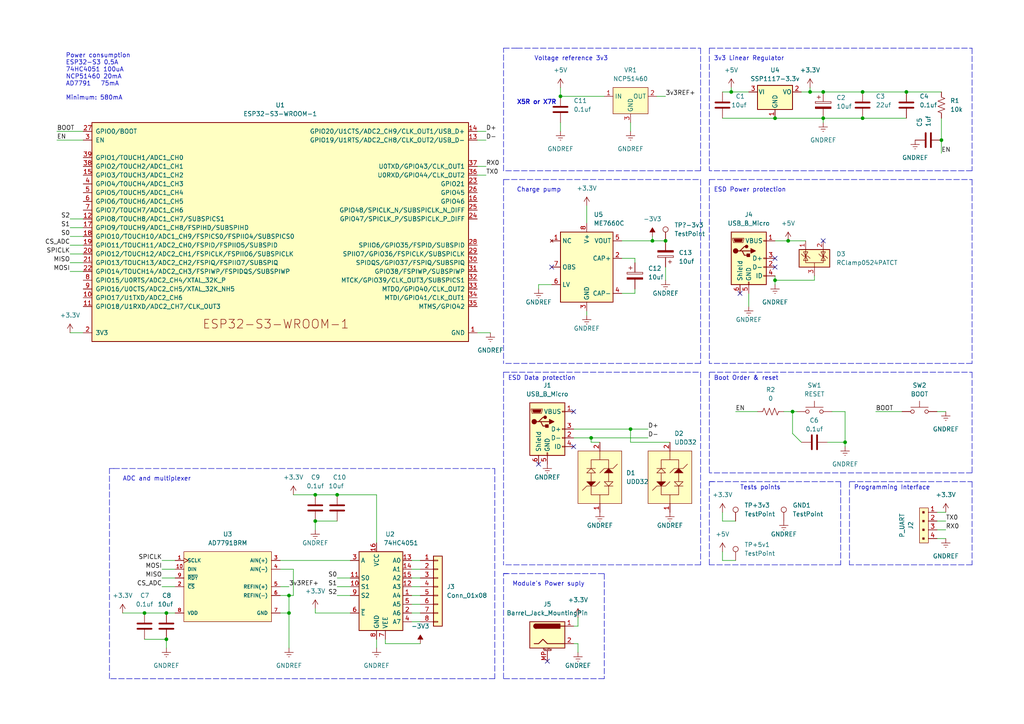
<source format=kicad_sch>
(kicad_sch (version 20211123) (generator eeschema)
  (paper "A4")
  (title_block (title "Steering Wheel") (date "2022-12-23") (rev "1") (company "TechTep"))
  (lib_symbols
    (symbol "74xx:74HC4051"
      (property "Reference" "U" (at -5.08 11.43 0))
      (property "Value" "74HC4051" (at -7.62 -13.97 0))
      (symbol "74HC4051_0_1"
        (rectangle (start -5.08 10.16) (end 7.62 -12.7) (stroke (width 0.254)) (fill (type background)))
      )
      (symbol "74HC4051_1_1"
        (pin passive line (at 10.16 -2.54 180) (length 2.54) (name "A4") (number "1"))
        (pin input line (at -7.62 0 0) (length 2.54) (name "S1") (number "10"))
        (pin input line (at -7.62 2.54 0) (length 2.54) (name "S0") (number "11"))
        (pin passive line (at 10.16 0 180) (length 2.54) (name "A3") (number "12"))
        (pin passive line (at 10.16 7.62 180) (length 2.54) (name "A0") (number "13"))
        (pin passive line (at 10.16 5.08 180) (length 2.54) (name "A1") (number "14"))
        (pin passive line (at 10.16 2.54 180) (length 2.54) (name "A2") (number "15"))
        (pin power_in line (at 0 12.7 270) (length 2.54) (name "VCC") (number "16"))
        (pin passive line (at 10.16 -7.62 180) (length 2.54) (name "A6") (number "2"))
        (pin passive line (at -7.62 7.62 0) (length 2.54) (name "A") (number "3"))
        (pin passive line (at 10.16 -10.16 180) (length 2.54) (name "A7") (number "4"))
        (pin passive line (at 10.16 -5.08 180) (length 2.54) (name "A5") (number "5"))
        (pin input line (at -7.62 -7.62 0) (length 2.54) (name "~{E}") (number "6"))
        (pin power_in line (at 2.54 -15.24 90) (length 2.54) (name "VEE") (number "7"))
        (pin power_in line (at 0 -15.24 90) (length 2.54) (name "GND") (number "8"))
        (pin input line (at -7.62 -2.54 0) (length 2.54) (name "S2") (number "9"))
      )
    )
    (symbol "Connector:Barrel_Jack_MountingPin" (pin_names hide)
      (property "Reference" "J" (at 0 5.334 0))
      (property "Value" "Barrel_Jack_MountingPin" (at 1.27 -6.35 0))
      (symbol "Barrel_Jack_MountingPin_0_1"
        (rectangle (start -5.08 3.81) (end 5.08 -3.81) (stroke (width 0.254)) (fill (type background)))
        (arc (start -3.302 3.175) (mid -3.937 2.54) (end -3.302 1.905) (stroke (width 0.254)))
        (arc (start -3.302 3.175) (mid -3.937 2.54) (end -3.302 1.905) (stroke (width 0.254)) (fill (type outline)))
        (polyline (pts (xy 5.08 2.54) (xy 3.81 2.54)) (stroke (width 0.254)))
        (polyline (pts (xy -3.81 -2.54) (xy -2.54 -2.54) (xy -1.27 -1.27) (xy 0 -2.54) (xy 2.54 -2.54) (xy 5.08 -2.54)) (stroke (width 0.254)))
        (rectangle (start 3.683 3.175) (end -3.302 1.905) (stroke (width 0.254)) (fill (type outline)))
      )
      (symbol "Barrel_Jack_MountingPin_1_1"
        (polyline (pts (xy -1.016 -4.572) (xy 1.016 -4.572)) (stroke (width 0.1524)))
        (text "Mounting" (at 0 -4.191 0) (effects (font (size 0.381 0.381))))
        (pin passive line (at 7.62 2.54 180) (length 2.54) (name "~") (number "1"))
        (pin passive line (at 7.62 -2.54 180) (length 2.54) (name "~") (number "2"))
        (pin passive line (at 0 -7.62 90) (length 3.048) (name "MountPin") (number "MP"))
      )
    )
    (symbol "Connector:TestPoint" (pin_numbers hide) (pin_names (offset 0.762) hide)
      (property "Reference" "TP" (at 0 6.858 0))
      (property "Value" "TestPoint" (at 0 5.08 0))
      (symbol "TestPoint_0_1"
        (circle (center 0 3.302) (radius 0.762))
      )
      (symbol "TestPoint_1_1"
        (pin passive line (at 0 0 90) (length 2.54) (name "1") (number "1"))
      )
    )
    (symbol "Connector:USB_B_Micro" (pin_names (offset 1.016))
      (property "Reference" "J" (at -5.08 11.43 0))
      (property "Value" "USB_B_Micro" (at -5.08 8.89 0))
      (symbol "USB_B_Micro_0_1"
        (rectangle (start -5.08 -7.62) (end 5.08 7.62) (stroke (width 0.254)) (fill (type background)))
        (circle (center -3.81 2.159) (radius 0.635) (stroke (width 0.254)) (fill (type outline)))
        (circle (center -0.635 3.429) (radius 0.381) (stroke (width 0.254)) (fill (type outline)))
        (rectangle (start -0.127 -7.62) (end 0.127 -6.858))
        (polyline (pts (xy -1.905 2.159) (xy 0.635 2.159)) (stroke (width 0.254)))
        (polyline (pts (xy -3.175 2.159) (xy -2.54 2.159) (xy -1.27 3.429) (xy -0.635 3.429)) (stroke (width 0.254)))
        (polyline (pts (xy -2.54 2.159) (xy -1.905 2.159) (xy -1.27 0.889) (xy 0 0.889)) (stroke (width 0.254)))
        (polyline (pts (xy 0.635 2.794) (xy 0.635 1.524) (xy 1.905 2.159) (xy 0.635 2.794)) (stroke (width 0.254)) (fill (type outline)))
        (polyline (pts (xy -4.318 5.588) (xy -1.778 5.588) (xy -2.032 4.826) (xy -4.064 4.826) (xy -4.318 5.588)) (fill (type outline)))
        (polyline (pts (xy -4.699 5.842) (xy -4.699 5.588) (xy -4.445 4.826) (xy -4.445 4.572) (xy -1.651 4.572) (xy -1.651 4.826) (xy -1.397 5.588) (xy -1.397 5.842) (xy -4.699 5.842)))
        (rectangle (start 0.254 1.27) (end -0.508 0.508) (stroke (width 0.254)) (fill (type outline)))
        (rectangle (start 5.08 -5.207) (end 4.318 -4.953))
        (rectangle (start 5.08 -2.667) (end 4.318 -2.413))
        (rectangle (start 5.08 -0.127) (end 4.318 0.127))
        (rectangle (start 5.08 4.953) (end 4.318 5.207))
      )
      (symbol "USB_B_Micro_1_1"
        (pin power_out line (at 7.62 5.08 180) (length 2.54) (name "VBUS") (number "1"))
        (pin bidirectional line (at 7.62 -2.54 180) (length 2.54) (name "D-") (number "2"))
        (pin bidirectional line (at 7.62 0 180) (length 2.54) (name "D+") (number "3"))
        (pin passive line (at 7.62 -5.08 180) (length 2.54) (name "ID") (number "4"))
        (pin power_out line (at 0 -10.16 90) (length 2.54) (name "GND") (number "5"))
        (pin passive line (at -2.54 -10.16 90) (length 2.54) (name "Shield") (number "6"))
      )
    )
    (symbol "Connector_Generic:Conn_01x08" (pin_names (offset 1.016) hide)
      (property "Reference" "J" (at 0 10.16 0))
      (property "Value" "Conn_01x08" (at 0 -12.7 0))
      (symbol "Conn_01x08_1_1"
        (rectangle (start -1.27 -10.033) (end 0 -10.287) (stroke (width 0.1524)))
        (rectangle (start -1.27 -7.493) (end 0 -7.747) (stroke (width 0.1524)))
        (rectangle (start -1.27 -4.953) (end 0 -5.207) (stroke (width 0.1524)))
        (rectangle (start -1.27 -2.413) (end 0 -2.667) (stroke (width 0.1524)))
        (rectangle (start -1.27 0.127) (end 0 -0.127) (stroke (width 0.1524)))
        (rectangle (start -1.27 2.667) (end 0 2.413) (stroke (width 0.1524)))
        (rectangle (start -1.27 5.207) (end 0 4.953) (stroke (width 0.1524)))
        (rectangle (start -1.27 7.747) (end 0 7.493) (stroke (width 0.1524)))
        (rectangle (start -1.27 8.89) (end 1.27 -11.43) (stroke (width 0.254)) (fill (type background)))
        (pin passive line (at -5.08 7.62 0) (length 3.81) (name "Pin_1") (number "1"))
        (pin passive line (at -5.08 5.08 0) (length 3.81) (name "Pin_2") (number "2"))
        (pin passive line (at -5.08 2.54 0) (length 3.81) (name "Pin_3") (number "3"))
        (pin passive line (at -5.08 0 0) (length 3.81) (name "Pin_4") (number "4"))
        (pin passive line (at -5.08 -2.54 0) (length 3.81) (name "Pin_5") (number "5"))
        (pin passive line (at -5.08 -5.08 0) (length 3.81) (name "Pin_6") (number "6"))
        (pin passive line (at -5.08 -7.62 0) (length 3.81) (name "Pin_7") (number "7"))
        (pin passive line (at -5.08 -10.16 0) (length 3.81) (name "Pin_8") (number "8"))
      )
    )
    (symbol "Converter_DCDC_1:ME7660C"
      (property "Reference" "U" (at -6.35 11.43 0))
      (property "Value" "ME7660C" (at 7.62 11.43 0))
      (symbol "ME7660C_0_1"
        (rectangle (start -7.62 10.16) (end 7.62 -10.16) (stroke (width 0.254)) (fill (type background)))
      )
      (symbol "ME7660C_1_1"
        (pin no_connect line (at -10.16 7.62 0) (length 2.54) (name "NC") (number "1"))
        (pin passive line (at 10.16 2.54 180) (length 2.54) (name "CAP+") (number "2"))
        (pin power_in line (at 0 -12.7 90) (length 2.54) (name "GND") (number "3"))
        (pin passive line (at 10.16 -7.62 180) (length 2.54) (name "CAP-") (number "4"))
        (pin power_out line (at 10.16 7.62 180) (length 2.54) (name "VOUT") (number "5"))
        (pin input line (at -10.16 -5.08 0) (length 2.54) (name "LV") (number "6"))
        (pin passive line (at -10.16 0 0) (length 2.54) (name "OBS") (number "7"))
        (pin power_in line (at 0 12.7 270) (length 2.54) (name "V+") (number "8"))
      )
    )
    (symbol "Device:C" (pin_numbers hide) (pin_names (offset 0.254))
      (property "Reference" "C" (at 0.635 2.54 0))
      (property "Value" "C" (at 0.635 -2.54 0))
      (symbol "C_0_1"
        (polyline (pts (xy -2.032 -0.762) (xy 2.032 -0.762)) (stroke (width 0.508)))
        (polyline (pts (xy -2.032 0.762) (xy 2.032 0.762)) (stroke (width 0.508)))
      )
      (symbol "C_1_1"
        (pin passive line (at 0 3.81 270) (length 2.794) (name "~") (number "1"))
        (pin passive line (at 0 -3.81 90) (length 2.794) (name "~") (number "2"))
      )
    )
    (symbol "Device:C_Polarized" (pin_numbers hide) (pin_names (offset 0.254))
      (property "Reference" "C" (at 0.635 2.54 0))
      (property "Value" "C_Polarized" (at 0.635 -2.54 0))
      (symbol "C_Polarized_0_1"
        (rectangle (start -2.286 0.508) (end 2.286 1.016))
        (polyline (pts (xy -1.778 2.286) (xy -0.762 2.286)))
        (polyline (pts (xy -1.27 2.794) (xy -1.27 1.778)))
        (rectangle (start 2.286 -0.508) (end -2.286 -1.016) (fill (type outline)))
      )
      (symbol "C_Polarized_1_1"
        (pin passive line (at 0 3.81 270) (length 2.794) (name "~") (number "1"))
        (pin passive line (at 0 -3.81 90) (length 2.794) (name "~") (number "2"))
      )
    )
    (symbol "Device:R_US" (pin_numbers hide) (pin_names (offset 0))
      (property "Reference" "R" (at 2.54 0 90))
      (property "Value" "R_US" (at -2.54 0 90))
      (symbol "R_US_0_1"
        (polyline (pts (xy 0 -2.286) (xy 0 -2.54)))
        (polyline (pts (xy 0 2.286) (xy 0 2.54)))
        (polyline (pts (xy 0 -0.762) (xy 1.016 -1.143) (xy 0 -1.524) (xy -1.016 -1.905) (xy 0 -2.286)))
        (polyline (pts (xy 0 0.762) (xy 1.016 0.381) (xy 0 0) (xy -1.016 -0.381) (xy 0 -0.762)))
        (polyline (pts (xy 0 2.286) (xy 1.016 1.905) (xy 0 1.524) (xy -1.016 1.143) (xy 0 0.762)))
      )
      (symbol "R_US_1_1"
        (pin passive line (at 0 3.81 270) (length 1.27) (name "~") (number "1"))
        (pin passive line (at 0 -3.81 90) (length 1.27) (name "~") (number "2"))
      )
    )
    (symbol "Espressif:ESP32-S3-WROOM-1" (pin_names (offset 1.016))
      (property "Reference" "U" (at -53.34 38.1 0))
      (property "Value" "ESP32-S3-WROOM-1" (at -53.34 35.56 0))
      (symbol "ESP32-S3-WROOM-1_0_0"
        (rectangle (start -53.34 33.02) (end 55.88 -30.48) (stroke (width 0.254)) (fill (type background)))
        (text "ESP32-S3-WROOM-1" (at 0 -25.4 0) (effects (font (size 2.54 2.54))))
        (pin power_in line (at 58.42 -27.94 180) (length 2.54) (name "GND") (number "1"))
        (pin bidirectional line (at -55.88 -17.78 0) (length 2.54) (name "GPIO17/U1TXD/ADC2_CH6") (number "10"))
        (pin bidirectional line (at -55.88 -20.32 0) (length 2.54) (name "GPIO18/U1RXD/ADC2_CH7/CLK_OUT3") (number "11"))
        (pin bidirectional line (at -55.88 5.08 0) (length 2.54) (name "GPIO8/TOUCH8/ADC1_CH7/SUBSPICS1") (number "12"))
        (pin bidirectional line (at 58.42 27.94 180) (length 2.54) (name "GPIO19/U1RTS/ADC2_CH8/CLK_OUT2/USB_D-") (number "13"))
        (pin bidirectional line (at 58.42 30.48 180) (length 2.54) (name "GPIO20/U1CTS/ADC2_CH9/CLK_OUT1/USB_D+") (number "14"))
        (pin bidirectional line (at -55.88 17.78 0) (length 2.54) (name "GPIO3/TOUCH3/ADC1_CH2") (number "15"))
        (pin bidirectional line (at 58.42 10.16 180) (length 2.54) (name "GPIO46") (number "16"))
        (pin bidirectional line (at -55.88 2.54 0) (length 2.54) (name "GPIO9/TOUCH9/ADC1_CH8/FSPIHD/SUBSPIHD") (number "17"))
        (pin bidirectional line (at -55.88 0 0) (length 2.54) (name "GPIO10/TOUCH10/ADC1_CH9/FSPICS0/FSPIIO4/SUBSPICS0") (number "18"))
        (pin bidirectional line (at -55.88 -2.54 0) (length 2.54) (name "GPIO11/TOUCH11/ADC2_CH0/FSPID/FSPIIO5/SUBSPID") (number "19"))
        (pin power_in line (at -55.88 -27.94 0) (length 2.54) (name "3V3") (number "2"))
        (pin bidirectional line (at -55.88 -5.08 0) (length 2.54) (name "GPIO12/TOUCH12/ADC2_CH1/FSPICLK/FSPIIO6/SUBSPICLK") (number "20"))
        (pin bidirectional line (at -55.88 -7.62 0) (length 2.54) (name "GPIO13/TOUCH13/ADC2_CH2/FSPIQ/FSPIIO7/SUBSPIQ") (number "21"))
        (pin bidirectional line (at -55.88 -10.16 0) (length 2.54) (name "GPIO14/TOUCH14/ADC2_CH3/FSPIWP/FSPIDQS/SUBSPIWP") (number "22"))
        (pin bidirectional line (at 58.42 15.24 180) (length 2.54) (name "GPIO21") (number "23"))
        (pin bidirectional line (at 58.42 5.08 180) (length 2.54) (name "GPIO47/SPICLK_P/SUBSPICLK_P_DIFF") (number "24"))
        (pin bidirectional line (at 58.42 7.62 180) (length 2.54) (name "GPIO48/SPICLK_N/SUBSPICLK_N_DIFF") (number "25"))
        (pin bidirectional line (at 58.42 12.7 180) (length 2.54) (name "GPIO45") (number "26"))
        (pin bidirectional line (at -55.88 30.48 0) (length 2.54) (name "GPIO0/BOOT") (number "27"))
        (pin bidirectional line (at 58.42 -2.54 180) (length 2.54) (name "SPIIO6/GPIO35/FSPID/SUBSPID") (number "28"))
        (pin bidirectional line (at 58.42 -5.08 180) (length 2.54) (name "SPIIO7/GPIO36/FSPICLK/SUBSPICLK") (number "29"))
        (pin input line (at -55.88 27.94 0) (length 2.54) (name "EN") (number "3"))
        (pin bidirectional line (at 58.42 -7.62 180) (length 2.54) (name "SPIDQS/GPIO37/FSPIQ/SUBSPIQ") (number "30"))
        (pin bidirectional line (at 58.42 -10.16 180) (length 2.54) (name "GPIO38/FSPIWP/SUBSPIWP") (number "31"))
        (pin bidirectional line (at 58.42 -12.7 180) (length 2.54) (name "MTCK/GPIO39/CLK_OUT3/SUBSPICS1") (number "32"))
        (pin bidirectional line (at 58.42 -15.24 180) (length 2.54) (name "MTDO/GPIO40/CLK_OUT2") (number "33"))
        (pin bidirectional line (at 58.42 -17.78 180) (length 2.54) (name "MTDI/GPIO41/CLK_OUT1") (number "34"))
        (pin bidirectional line (at 58.42 -20.32 180) (length 2.54) (name "MTMS/GPIO42") (number "35"))
        (pin bidirectional line (at 58.42 17.78 180) (length 2.54) (name "U0RXD/GPIO44/CLK_OUT2") (number "36"))
        (pin bidirectional line (at 58.42 20.32 180) (length 2.54) (name "U0TXD/GPIO43/CLK_OUT1") (number "37"))
        (pin bidirectional line (at -55.88 20.32 0) (length 2.54) (name "GPIO2/TOUCH2/ADC1_CH1") (number "38"))
        (pin bidirectional line (at -55.88 22.86 0) (length 2.54) (name "GPIO1/TOUCH1/ADC1_CH0") (number "39"))
        (pin bidirectional line (at -55.88 15.24 0) (length 2.54) (name "GPIO4/TOUCH4/ADC1_CH3") (number "4"))
        (pin passive line (at 58.42 -27.94 180) (length 2.54) hide (name "GND") (number "40"))
        (pin passive line (at 58.42 -27.94 180) (length 2.54) hide (name "GND") (number "41"))
        (pin bidirectional line (at -55.88 12.7 0) (length 2.54) (name "GPIO5/TOUCH5/ADC1_CH4") (number "5"))
        (pin bidirectional line (at -55.88 10.16 0) (length 2.54) (name "GPIO6/TOUCH6/ADC1_CH5") (number "6"))
        (pin bidirectional line (at -55.88 7.62 0) (length 2.54) (name "GPIO7/TOUCH7/ADC1_CH6") (number "7"))
        (pin bidirectional line (at -55.88 -12.7 0) (length 2.54) (name "GPIO15/U0RTS/ADC2_CH4/XTAL_32K_P") (number "8"))
        (pin bidirectional line (at -55.88 -15.24 0) (length 2.54) (name "GPIO16/U0CTS/ADC2_CH5/XTAL_32K_NH5") (number "9"))
      )
    )
    (symbol "Power_Protection:NUP2105L" (pin_names hide)
      (property "Reference" "D" (at 5.715 2.54 0))
      (property "Value" "NUP2105L" (at 5.715 0.635 0))
      (symbol "NUP2105L_0_0"
        (pin passive line (at 0 -5.08 90) (length 2.54) (name "A") (number "3"))
      )
      (symbol "NUP2105L_0_1"
        (rectangle (start -4.445 2.54) (end 4.445 -2.54) (stroke (width 0.254)) (fill (type background)))
        (polyline (pts (xy -2.54 2.54) (xy -2.54 0.635)))
        (polyline (pts (xy 0 -1.27) (xy 0 -2.54)))
        (polyline (pts (xy 2.54 2.54) (xy 2.54 0.635)))
        (polyline (pts (xy -3.81 1.27) (xy -3.175 0.635) (xy -1.905 0.635) (xy -1.27 0)))
        (polyline (pts (xy -2.54 0.635) (xy -2.54 -1.27) (xy 2.54 -1.27) (xy 2.54 0.635)))
        (polyline (pts (xy -2.54 0.635) (xy -1.905 -0.635) (xy -3.175 -0.635) (xy -2.54 0.635)))
        (polyline (pts (xy 2.54 0.635) (xy 1.905 -0.635) (xy 3.175 -0.635) (xy 2.54 0.635)))
        (polyline (pts (xy 2.54 0.635) (xy 3.175 1.905) (xy 1.905 1.905) (xy 2.54 0.635)))
        (polyline (pts (xy -2.54 0.635) (xy -3.175 1.905) (xy -1.905 1.905) (xy -2.54 0.635) (xy -2.54 1.27)))
        (polyline (pts (xy 1.27 1.27) (xy 1.905 0.635) (xy 2.54 0.635) (xy 3.175 0.635) (xy 3.81 0)))
      )
      (symbol "NUP2105L_1_1"
        (pin passive line (at -2.54 5.08 270) (length 2.54) (name "K") (number "1"))
        (pin passive line (at 2.54 5.08 270) (length 2.54) (name "K") (number "2"))
      )
    )
    (symbol "Regulator_Linear:AP1117-33" (pin_names (offset 0.254))
      (property "Reference" "U" (at -3.81 3.175 0))
      (property "Value" "AP1117-33" (at 0 3.175 0))
      (symbol "AP1117-33_0_1"
        (rectangle (start -5.08 -5.08) (end 5.08 1.905) (stroke (width 0.254)) (fill (type background)))
      )
      (symbol "AP1117-33_1_1"
        (pin power_in line (at 0 -7.62 90) (length 2.54) (name "GND") (number "1"))
        (pin power_out line (at 7.62 0 180) (length 2.54) (name "VO") (number "2"))
        (pin power_in line (at -7.62 0 0) (length 2.54) (name "VI") (number "3"))
      )
    )
    (symbol "Switch:SW_Push" (pin_numbers hide) (pin_names (offset 1.016) hide)
      (property "Reference" "SW" (at 1.27 2.54 0))
      (property "Value" "SW_Push" (at 0 -1.524 0))
      (symbol "SW_Push_0_1"
        (circle (center -2.032 0) (radius 0.508))
        (polyline (pts (xy 0 1.27) (xy 0 3.048)))
        (polyline (pts (xy 2.54 1.27) (xy -2.54 1.27)))
        (circle (center 2.032 0) (radius 0.508))
        (pin passive line (at -5.08 0 0) (length 2.54) (name "1") (number "1"))
        (pin passive line (at 5.08 0 180) (length 2.54) (name "2") (number "2"))
      )
    )
    (symbol "UDD32_1"
      (property "Reference" "D" (at 0 7.62 0))
      (property "Value" "UDD32_1" (at 0 5.08 0))
      (symbol "UDD32_1_0_1"
        (rectangle (start -7.62 3.81) (end 7.62 -8.89) (fill (type background)))
        (polyline (pts (xy -5.08 -2.54) (xy -7.62 -2.54)))
        (polyline (pts (xy -2.54 -6.35) (xy -2.54 -3.81)))
        (polyline (pts (xy 2.54 1.27) (xy 2.54 -1.27)))
        (polyline (pts (xy 5.08 -2.54) (xy 7.62 -2.54)))
        (polyline (pts (xy -2.54 0) (xy -2.54 -1.27) (xy -1.27 -2.54)))
        (polyline (pts (xy -2.54 0) (xy -2.54 1.27) (xy -3.81 2.54)))
        (polyline (pts (xy 2.54 -5.08) (xy 2.54 -6.35) (xy 3.81 -7.62)))
        (polyline (pts (xy 2.54 -5.08) (xy 2.54 -3.81) (xy 1.27 -2.54)))
        (polyline (pts (xy -2.54 -5.08) (xy -5.08 -5.08) (xy -5.08 0) (xy -2.54 0)))
        (polyline (pts (xy -2.54 0) (xy -1.27 1.27) (xy -1.27 -1.27) (xy -2.54 0)) (fill (type outline)))
        (polyline (pts (xy 2.54 -5.08) (xy 1.27 -6.35) (xy 1.27 -3.81) (xy 2.54 -5.08)) (fill (type outline)))
        (polyline (pts (xy 2.54 0) (xy 5.08 0) (xy 5.08 -5.08) (xy 2.54 -5.08)))
        (polyline (pts (xy -1.27 0) (xy 1.27 0) (xy 1.27 1.27) (xy 2.54 0) (xy 1.27 -1.27) (xy 1.27 0)))
        (polyline (pts (xy 1.27 -5.08) (xy -1.27 -5.08) (xy -1.27 -6.35) (xy -2.54 -5.08) (xy -1.27 -3.81) (xy -1.27 -5.08)))
      )
      (symbol "UDD32_1_1_1"
        (pin bidirectional line (at -10.16 -2.54 0) (length 2.54) (name "") (number "1"))
        (pin bidirectional line (at 10.16 -2.54 180) (length 2.54) (name "") (number "2"))
      )
    )
    (symbol "dk_PMIC-Voltage-Reference:REF3030AIDBZR"
      (property "Reference" "VR" (at 0 3.81 0))
      (property "Value" "REF3030AIDBZR" (at 0 6.35 0))
      (symbol "REF3030AIDBZR_1_1"
        (rectangle (start -5.08 2.54) (end 5.08 -5.08) (fill (type background)))
        (pin power_in line (at -7.62 0 0) (length 2.54) (name "IN") (number "1"))
        (pin output line (at 7.62 0 180) (length 2.54) (name "OUT") (number "2"))
        (pin power_in line (at 0 -7.62 90) (length 2.54) (name "GND") (number "3"))
      )
    )
    (symbol "dk_Rectangular-Connectors-Headers-Male-Pins:0022232041" (pin_names (offset 1.016))
      (property "Reference" "J" (at -2.54 1.27 0))
      (property "Value" "0022232041" (at 3.81 -3.81 0))
      (symbol "0022232041_1_1"
        (rectangle (start -1.27 0) (end 8.89 -2.54) (fill (type background)))
        (rectangle (start -0.254 -1.143) (end 0.254 -1.651) (fill (type outline)))
        (rectangle (start 2.286 -1.143) (end 2.794 -1.651) (fill (type outline)))
        (rectangle (start 4.826 -1.143) (end 5.334 -1.651) (fill (type outline)))
        (rectangle (start 7.366 -1.143) (end 7.874 -1.651) (fill (type outline)))
        (pin passive line (at 0 2.54 270) (length 2.54) (name "~") (number "1"))
        (pin passive line (at 2.54 2.54 270) (length 2.54) (name "~") (number "2"))
        (pin passive line (at 5.08 2.54 270) (length 2.54) (name "~") (number "3"))
        (pin passive line (at 7.62 2.54 270) (length 2.54) (name "~") (number "4"))
      )
    )
    (symbol "eec:AD7788BRM" (pin_names (offset 1.016))
      (property "Reference" "U" (at 0 5.08 0))
      (property "Value" "AD7788BRM" (at 0 7.62 0))
      (symbol "AD7788BRM_1_1"
        (rectangle (start 5.08 2.54) (end 30.48 -17.78) (fill (type background)))
        (pin input clock (at 2.54 0 0) (length 2.54) (name "SCLK") (number "1"))
        (pin input line (at 2.54 -2.54 0) (length 2.54) (name "DIN") (number "10"))
        (pin input line (at 2.54 -7.62 0) (length 2.54) (name "~{CS}") (number "2"))
        (pin input line (at 33.02 0 180) (length 2.54) (name "AIN(+)") (number "3"))
        (pin input line (at 33.02 -2.54 180) (length 2.54) (name "AIN(-)") (number "4"))
        (pin input line (at 33.02 -7.62 180) (length 2.54) (name "REFIN(+)") (number "5"))
        (pin input line (at 33.02 -10.16 180) (length 2.54) (name "REFIN(-)") (number "6"))
        (pin power_in line (at 33.02 -15.24 180) (length 2.54) (name "GND") (number "7"))
        (pin power_in line (at 2.54 -15.24 0) (length 2.54) (name "VDD") (number "8"))
        (pin unspecified line (at 2.54 -5.08 0) (length 2.54) (name "~{RDY}") (number "9"))
      )
    )
    (symbol "power:+3.3V" (power) (pin_names (offset 0))
      (property "Value" "+3.3V" (at 0 3.556 0))
      (symbol "+3.3V_0_1"
        (polyline (pts (xy -0.762 1.27) (xy 0 2.54)))
        (polyline (pts (xy 0 0) (xy 0 2.54)))
        (polyline (pts (xy 0 2.54) (xy 0.762 1.27)))
      )
      (symbol "+3.3V_1_1"
        (pin power_in line (at 0 0 90) (length 0) hide (name "+3.3V") (number "1"))
      )
    )
    (symbol "power:+5V" (power) (pin_names (offset 0))
      (property "Value" "+5V" (at 0 3.556 0))
      (symbol "+5V_0_1"
        (polyline (pts (xy -0.762 1.27) (xy 0 2.54)))
        (polyline (pts (xy 0 0) (xy 0 2.54)))
        (polyline (pts (xy 0 2.54) (xy 0.762 1.27)))
      )
      (symbol "+5V_1_1"
        (pin power_in line (at 0 0 90) (length 0) hide (name "+5V") (number "1"))
      )
    )
    (symbol "power:-3V3" (power) (pin_names (offset 0))
      (property "Value" "-3V3" (at 0 3.81 0))
      (symbol "-3V3_0_0"
        (pin power_in line (at 0 0 90) (length 0) hide (name "-3V3") (number "1"))
      )
      (symbol "-3V3_0_1"
        (polyline (pts (xy 0 0) (xy 0 1.27) (xy 0.762 1.27) (xy 0 2.54) (xy -0.762 1.27) (xy 0 1.27)) (fill (type outline)))
      )
    )
    (symbol "power:GNDREF" (power) (pin_names (offset 0))
      (property "Value" "GNDREF" (at 0 -3.81 0))
      (symbol "GNDREF_0_1"
        (polyline (pts (xy -0.635 -1.905) (xy 0.635 -1.905)))
        (polyline (pts (xy -0.127 -2.54) (xy 0.127 -2.54)))
        (polyline (pts (xy 0 -1.27) (xy 0 0)))
        (polyline (pts (xy 1.27 -1.27) (xy -1.27 -1.27)))
      )
      (symbol "GNDREF_1_1"
        (pin power_in line (at 0 0 270) (length 0) hide (name "GNDREF") (number "1"))
      )
    )
  )
  (junction (at 91.44 143.51))
  (junction (at 224.79 34.29))
  (junction (at 97.79 143.51))
  (junction (at 162.56 27.94))
  (junction (at 83.82 172.72))
  (junction (at 41.91 177.8))
  (junction (at 48.26 177.8))
  (junction (at 234.95 26.67))
  (junction (at 250.19 34.29))
  (junction (at 48.26 185.42))
  (junction (at 212.09 26.67))
  (junction (at 245.11 128.27))
  (junction (at 262.89 26.67))
  (junction (at 193.04 69.85))
  (junction (at 171.45 127))
  (junction (at 182.88 124.46))
  (junction (at 238.76 26.67))
  (junction (at 228.6 69.85))
  (junction (at 229.87 119.38))
  (junction (at 273.05 40.64))
  (junction (at 83.82 177.8))
  (junction (at 238.76 34.29))
  (junction (at 224.79 81.28))
  (junction (at 250.19 26.67))
  (junction (at 189.23 69.85))
  (junction (at 91.44 151.13))
  (no_connect (at 158.75 191.77))
  (no_connect (at 238.76 69.85))
  (no_connect (at 160.02 77.47))
  (no_connect (at 224.79 74.93))
  (no_connect (at 224.79 77.47))
  (no_connect (at 156.21 134.62))
  (no_connect (at 214.63 85.09))
  (no_connect (at 166.37 129.54))
  (no_connect (at 166.37 119.38))
  (polyline (pts (xy 31.75 135.89) (xy 33.02 135.89)))
  (polyline (pts (xy 281.94 13.97) (xy 281.94 49.53)))
  (wire (pts (xy 81.28 162.56) (xy 101.6 162.56)))
  (wire (pts (xy 167.64 181.61) (xy 167.64 179.07)))
  (wire (pts (xy 189.23 68.58) (xy 189.23 69.85)))
  (wire (pts (xy 83.82 170.18) (xy 81.28 170.18)))
  (wire (pts (xy 170.18 91.44) (xy 170.18 90.17)))
  (wire (pts (xy 16.51 40.64) (xy 24.13 40.64)))
  (wire (pts (xy 271.78 119.38) (xy 274.32 119.38)))
  (wire (pts (xy 109.22 143.51) (xy 109.22 157.48)))
  (wire (pts (xy 262.89 26.67) (xy 273.05 26.67)))
  (wire (pts (xy 81.28 172.72) (xy 83.82 172.72)))
  (polyline (pts (xy 203.2 13.97) (xy 203.2 49.53)))
  (wire (pts (xy 182.88 35.56) (xy 182.88 38.1)))
  (wire (pts (xy 46.99 170.18) (xy 50.8 170.18)))
  (wire (pts (xy 119.38 165.1) (xy 121.92 165.1)))
  (wire (pts (xy 224.79 34.29) (xy 238.76 34.29)))
  (wire (pts (xy 156.21 82.55) (xy 160.02 82.55)))
  (wire (pts (xy 91.44 151.13) (xy 91.44 153.67)))
  (wire (pts (xy 245.11 128.27) (xy 245.11 119.38)))
  (polyline (pts (xy 203.2 107.95) (xy 203.2 163.83)))
  (polyline (pts (xy 146.05 196.85) (xy 146.05 166.37)))
  (wire (pts (xy 229.87 119.38) (xy 229.87 125.73)))
  (polyline (pts (xy 33.02 135.89) (xy 143.51 135.89)))
  (polyline (pts (xy 246.38 139.7) (xy 246.38 163.83)))
  (polyline (pts (xy 149.86 13.97) (xy 203.2 13.97)))
  (wire (pts (xy 41.91 177.8) (xy 48.26 177.8)))
  (wire (pts (xy 138.43 50.8) (xy 140.97 50.8)))
  (wire (pts (xy 182.88 124.46) (xy 187.96 124.46)))
  (wire (pts (xy 234.95 25.4) (xy 234.95 26.67)))
  (wire (pts (xy 91.44 143.51) (xy 97.79 143.51)))
  (polyline (pts (xy 205.74 13.97) (xy 281.94 13.97)))
  (wire (pts (xy 41.91 185.42) (xy 48.26 185.42)))
  (polyline (pts (xy 205.74 163.83) (xy 205.74 139.7)))
  (polyline (pts (xy 281.94 49.53) (xy 205.74 49.53)))
  (wire (pts (xy 232.41 128.27) (xy 229.87 125.73)))
  (wire (pts (xy 119.38 162.56) (xy 121.92 162.56)))
  (polyline (pts (xy 281.94 107.95) (xy 281.94 137.16)))
  (wire (pts (xy 111.76 186.69) (xy 121.92 186.69)))
  (wire (pts (xy 171.45 128.27) (xy 173.99 128.27)))
  (wire (pts (xy 236.22 81.28) (xy 224.79 81.28)))
  (wire (pts (xy 234.95 26.67) (xy 238.76 26.67)))
  (wire (pts (xy 20.32 63.5) (xy 24.13 63.5)))
  (polyline (pts (xy 146.05 52.07) (xy 146.05 105.41)))
  (polyline (pts (xy 205.74 139.7) (xy 207.01 139.7)))
  (wire (pts (xy 213.36 162.56) (xy 209.55 162.56)))
  (wire (pts (xy 232.41 26.67) (xy 234.95 26.67)))
  (wire (pts (xy 213.36 119.38) (xy 219.71 119.38)))
  (wire (pts (xy 250.19 26.67) (xy 262.89 26.67)))
  (polyline (pts (xy 146.05 107.95) (xy 203.2 107.95)))
  (wire (pts (xy 184.15 74.93) (xy 184.15 76.2)))
  (wire (pts (xy 91.44 151.13) (xy 97.79 151.13)))
  (wire (pts (xy 228.6 69.85) (xy 233.68 69.85)))
  (wire (pts (xy 254 119.38) (xy 261.62 119.38)))
  (wire (pts (xy 97.79 170.18) (xy 101.6 170.18)))
  (wire (pts (xy 182.88 128.27) (xy 194.31 128.27)))
  (wire (pts (xy 213.36 151.13) (xy 209.55 151.13)))
  (wire (pts (xy 162.56 25.4) (xy 162.56 27.94)))
  (polyline (pts (xy 243.84 139.7) (xy 243.84 163.83)))
  (wire (pts (xy 180.34 74.93) (xy 184.15 74.93)))
  (wire (pts (xy 271.78 156.21) (xy 274.32 156.21)))
  (polyline (pts (xy 146.05 52.07) (xy 203.2 52.07)))
  (polyline (pts (xy 281.94 52.07) (xy 281.94 105.41)))
  (wire (pts (xy 83.82 177.8) (xy 83.82 187.96)))
  (wire (pts (xy 271.78 148.59) (xy 274.32 148.59)))
  (wire (pts (xy 97.79 167.64) (xy 101.6 167.64)))
  (polyline (pts (xy 143.51 196.85) (xy 31.75 196.85)))
  (polyline (pts (xy 243.84 163.83) (xy 205.74 163.83)))
  (polyline (pts (xy 281.94 105.41) (xy 205.74 105.41)))
  (wire (pts (xy 20.32 71.12) (xy 24.13 71.12)))
  (wire (pts (xy 224.79 80.01) (xy 224.79 81.28)))
  (wire (pts (xy 209.55 26.67) (xy 212.09 26.67)))
  (wire (pts (xy 91.44 177.8) (xy 101.6 177.8)))
  (polyline (pts (xy 31.75 196.85) (xy 31.75 135.89)))
  (wire (pts (xy 138.43 38.1) (xy 140.97 38.1)))
  (wire (pts (xy 273.05 40.64) (xy 273.05 34.29)))
  (wire (pts (xy 20.32 96.52) (xy 24.13 96.52)))
  (wire (pts (xy 35.56 177.8) (xy 41.91 177.8)))
  (wire (pts (xy 119.38 180.34) (xy 121.92 180.34)))
  (wire (pts (xy 238.76 35.56) (xy 238.76 34.29)))
  (polyline (pts (xy 203.2 105.41) (xy 146.05 105.41)))
  (wire (pts (xy 250.19 34.29) (xy 262.89 34.29)))
  (wire (pts (xy 97.79 172.72) (xy 101.6 172.72)))
  (polyline (pts (xy 146.05 166.37) (xy 175.26 166.37)))
  (wire (pts (xy 224.79 81.28) (xy 224.79 82.55)))
  (wire (pts (xy 83.82 172.72) (xy 83.82 177.8)))
  (polyline (pts (xy 281.94 163.83) (xy 246.38 163.83)))
  (wire (pts (xy 236.22 80.01) (xy 236.22 81.28)))
  (wire (pts (xy 209.55 34.29) (xy 224.79 34.29)))
  (polyline (pts (xy 246.38 139.7) (xy 281.94 139.7)))
  (wire (pts (xy 83.82 172.72) (xy 85.09 172.72)))
  (wire (pts (xy 20.32 68.58) (xy 24.13 68.58)))
  (wire (pts (xy 182.88 124.46) (xy 182.88 128.27)))
  (wire (pts (xy 109.22 185.42) (xy 109.22 187.96)))
  (wire (pts (xy 229.87 119.38) (xy 231.14 119.38)))
  (wire (pts (xy 156.21 83.82) (xy 156.21 82.55)))
  (wire (pts (xy 16.51 38.1) (xy 24.13 38.1)))
  (wire (pts (xy 171.45 127) (xy 187.96 127)))
  (polyline (pts (xy 205.74 52.07) (xy 205.74 105.41)))
  (wire (pts (xy 245.11 119.38) (xy 241.3 119.38)))
  (polyline (pts (xy 143.51 135.89) (xy 143.51 196.85)))
  (wire (pts (xy 180.34 69.85) (xy 189.23 69.85)))
  (wire (pts (xy 167.64 189.23) (xy 167.64 186.69)))
  (wire (pts (xy 238.76 34.29) (xy 250.19 34.29)))
  (wire (pts (xy 193.04 77.47) (xy 193.04 81.28)))
  (wire (pts (xy 138.43 96.52) (xy 142.24 96.52)))
  (wire (pts (xy 119.38 170.18) (xy 121.92 170.18)))
  (wire (pts (xy 209.55 162.56) (xy 209.55 160.02)))
  (wire (pts (xy 138.43 48.26) (xy 140.97 48.26)))
  (wire (pts (xy 171.45 127) (xy 171.45 128.27)))
  (wire (pts (xy 166.37 124.46) (xy 182.88 124.46)))
  (wire (pts (xy 85.09 143.51) (xy 91.44 143.51)))
  (wire (pts (xy 119.38 175.26) (xy 121.92 175.26)))
  (wire (pts (xy 46.99 165.1) (xy 50.8 165.1)))
  (wire (pts (xy 46.99 162.56) (xy 50.8 162.56)))
  (polyline (pts (xy 203.2 52.07) (xy 203.2 105.41)))
  (polyline (pts (xy 203.2 163.83) (xy 146.05 163.83)))
  (wire (pts (xy 180.34 85.09) (xy 184.15 85.09)))
  (wire (pts (xy 224.79 69.85) (xy 228.6 69.85)))
  (wire (pts (xy 91.44 176.53) (xy 91.44 177.8)))
  (wire (pts (xy 162.56 27.94) (xy 175.26 27.94)))
  (polyline (pts (xy 205.74 52.07) (xy 281.94 52.07)))
  (wire (pts (xy 271.78 153.67) (xy 274.32 153.67)))
  (wire (pts (xy 162.56 38.1) (xy 162.56 35.56)))
  (wire (pts (xy 48.26 177.8) (xy 50.8 177.8)))
  (wire (pts (xy 227.33 119.38) (xy 229.87 119.38)))
  (wire (pts (xy 238.76 26.67) (xy 250.19 26.67)))
  (polyline (pts (xy 175.26 166.37) (xy 175.26 196.85)))
  (wire (pts (xy 20.32 73.66) (xy 24.13 73.66)))
  (polyline (pts (xy 146.05 107.95) (xy 146.05 163.83)))
  (wire (pts (xy 217.17 85.09) (xy 217.17 88.9)))
  (polyline (pts (xy 281.94 139.7) (xy 281.94 163.83)))
  (wire (pts (xy 190.5 27.94) (xy 193.04 27.94)))
  (wire (pts (xy 240.03 128.27) (xy 245.11 128.27)))
  (polyline (pts (xy 146.05 13.97) (xy 149.86 13.97)))
  (wire (pts (xy 85.09 165.1) (xy 81.28 165.1)))
  (wire (pts (xy 111.76 185.42) (xy 111.76 186.69)))
  (wire (pts (xy 20.32 76.2) (xy 24.13 76.2)))
  (wire (pts (xy 48.26 187.96) (xy 48.26 185.42)))
  (wire (pts (xy 138.43 40.64) (xy 140.97 40.64)))
  (wire (pts (xy 184.15 85.09) (xy 184.15 83.82)))
  (wire (pts (xy 273.05 44.45) (xy 273.05 40.64)))
  (wire (pts (xy 166.37 127) (xy 171.45 127)))
  (wire (pts (xy 245.11 129.54) (xy 245.11 128.27)))
  (wire (pts (xy 212.09 25.4) (xy 212.09 26.67)))
  (polyline (pts (xy 146.05 166.37) (xy 147.32 166.37)))
  (wire (pts (xy 81.28 177.8) (xy 83.82 177.8)))
  (wire (pts (xy 20.32 66.04) (xy 24.13 66.04)))
  (wire (pts (xy 166.37 181.61) (xy 167.64 181.61)))
  (wire (pts (xy 209.55 151.13) (xy 209.55 148.59)))
  (wire (pts (xy 97.79 143.51) (xy 109.22 143.51)))
  (wire (pts (xy 46.99 167.64) (xy 50.8 167.64)))
  (wire (pts (xy 119.38 172.72) (xy 121.92 172.72)))
  (wire (pts (xy 167.64 186.69) (xy 166.37 186.69)))
  (polyline (pts (xy 205.74 139.7) (xy 243.84 139.7)))
  (polyline (pts (xy 205.74 13.97) (xy 205.74 49.53)))
  (wire (pts (xy 189.23 69.85) (xy 193.04 69.85)))
  (polyline (pts (xy 205.74 107.95) (xy 205.74 137.16)))
  (wire (pts (xy 212.09 26.67) (xy 217.17 26.67)))
  (polyline (pts (xy 203.2 49.53) (xy 146.05 49.53)))
  (wire (pts (xy 85.09 172.72) (xy 85.09 165.1)))
  (polyline (pts (xy 146.05 49.53) (xy 146.05 13.97)))
  (polyline (pts (xy 205.74 107.95) (xy 281.94 107.95)))
  (polyline (pts (xy 175.26 196.85) (xy 146.05 196.85)))
  (wire (pts (xy 119.38 167.64) (xy 121.92 167.64)))
  (wire (pts (xy 271.78 151.13) (xy 274.32 151.13)))
  (wire (pts (xy 170.18 59.69) (xy 170.18 64.77)))
  (wire (pts (xy 20.32 78.74) (xy 24.13 78.74)))
  (wire (pts (xy 119.38 177.8) (xy 121.92 177.8)))
  (polyline (pts (xy 281.94 137.16) (xy 205.74 137.16)))
  (text "Voltage reference 3v3" (at 154.94 17.78 0) (effects (font (size 1.27 1.27)) (justify left bottom)))
  (text "ADC and multiplexer" (at 35.56 139.7 0) (effects (font (size 1.27 1.27)) (justify left bottom)))
  (text "ESD Data protection" (at 147.32 110.49 0) (effects (font (size 1.27 1.27)) (justify left bottom)))
  (text "ESD Power protection" (at 207.01 55.88 0) (effects (font (size 1.27 1.27)) (justify left bottom)))
  (text "Charge pump" (at 149.86 55.88 0) (effects (font (size 1.27 1.27)) (justify left bottom)))
  (text "Module's Power suply" (at 148.59 170.18 0) (effects (font (size 1.27 1.27)) (justify left bottom)))
  (text "Programming Interface" (at 247.65 142.24 0) (effects (font (size 1.27 1.27)) (justify left bottom)))
  (text "Power consumption\nESP32-S3 0.5A \n74HC4051 100uA\nNCP51460 20mA\nAD7791   75mA\n\nMinimum: 580mA\n" (at 19.05 29.21 0) (effects (font (size 1.27 1.27)) (justify left bottom)))
  (text "Boot Order & reset\n" (at 207.01 110.49 0) (effects (font (size 1.27 1.27)) (justify left bottom)))
  (text "3v3 Linear Regulator" (at 207.01 17.78 0) (effects (font (size 1.27 1.27)) (justify left bottom)))
  (text "Tests points" (at 214.63 142.24 0) (effects (font (size 1.27 1.27)) (justify left bottom)))
  (text "X5R or X7R" (at 149.86 30.48 0) (effects (font (size 1.27 1.27) (thickness 0.254) bold) (justify left bottom)))
  (label "S2" (at 20.32 63.5 180))
  (label "D-" (at 140.97 40.64 0))
  (label "S1" (at 20.32 66.04 180))
  (label "S1" (at 97.79 170.18 180))
  (label "CS_ADC" (at 46.99 170.18 180))
  (label "3v3REF+" (at 193.04 27.94 0))
  (label "MOSI" (at 20.32 78.74 180))
  (label "RX0" (at 274.32 153.67 0))
  (label "3v3REF+" (at 83.82 170.18 0))
  (label "D-" (at 187.96 127 0))
  (label "MISO" (at 46.99 167.64 180))
  (label "MOSI" (at 46.99 165.1 180))
  (label "CS_ADC" (at 20.32 71.12 180))
  (label "MISO" (at 20.32 76.2 180))
  (label "TX0" (at 274.32 151.13 0))
  (label "D+" (at 187.96 124.46 0))
  (label "D+" (at 140.97 38.1 0))
  (label "S0" (at 97.79 167.64 180))
  (label "BOOT" (at 254 119.38 0))
  (label "EN" (at 213.36 119.38 0))
  (label "RX0" (at 140.97 48.26 0))
  (label "TX0" (at 140.97 50.8 0))
  (label "BOOT" (at 16.51 38.1 0))
  (label "EN" (at 16.51 40.64 0))
  (label "EN" (at 273.05 44.45 0))
  (label "SPICLK" (at 20.32 73.66 180))
  (label "S0" (at 20.32 68.58 180))
  (label "SPICLK" (at 46.99 162.56 180))
  (label "S2" (at 97.79 172.72 180))
  (symbol (lib_id "power:+5V") (at 212.09 25.4 0) (unit 1)
    (property "Reference" "#PWR0103" (effects hide))
    (property "Value" "+5V" (at 212.09 20.32 0))
  )
  (symbol (lib_id "power:+3.3V") (at 91.44 176.53 0) (unit 1)
    (property "Reference" "#PWR0124" (effects hide))
    (property "Value" "+3.3V" (at 91.44 171.45 0))
  )
  (symbol (lib_id "power:GNDREF") (at 91.44 153.67 0) (unit 1)
    (property "Reference" "#PWR0126" (effects hide))
    (property "Value" "GNDREF" (at 91.44 157.48 0))
  )
  (symbol (lib_id "power:GNDREF") (at 265.43 40.64 0) (unit 1)
    (property "Reference" "#PWR0102" (effects hide))
    (property "Value" "GNDREF" (at 265.43 45.72 0))
  )
  (symbol (lib_id "power:GNDREF") (at 109.22 187.96 0) (unit 1)
    (property "Reference" "#PWR0127" (effects hide))
    (property "Value" "GNDREF" (at 109.22 193.04 0))
  )
  (symbol (lib_id "power:GNDREF") (at 217.17 88.9 0) (unit 1)
    (property "Reference" "#PWR0110" (effects hide))
    (property "Value" "GNDREF" (at 217.17 92.71 0))
  )
  (symbol (lib_name "UDD32_1") (lib_id "CAE32:UDD32") (at 171.45 138.43 90) (unit 1)
    (property "Reference" "D1" (at 181.61 137.1599 90) (effects (justify right)))
    (property "Value" "UDD32" (at 181.61 139.6999 90) (effects (justify right)))
    (property "Footprint" "CAE:UDD32" (effects hide))
  )
  (symbol (lib_id "Device:C_Polarized") (at 238.76 30.48 0) (unit 1)
    (property "Reference" "C2" (at 242.57 28.3209 0) (effects (justify left)))
    (property "Value" "10uf" (at 242.57 30.8609 0) (effects (justify left)))
    (property "Footprint" "Diode_SMD:D_0805_2012Metric" (effects hide))
    (property "Campo4" "asddd" (effects hide))
  )
  (symbol (lib_id "Device:C") (at 269.24 40.64 90) (unit 1)
    (property "Reference" "C5" (at 266.7 36.83 0) (effects (justify left)))
    (property "Value" "1uf" (at 269.24 36.83 0) (effects (justify left)))
    (property "Footprint" "Capacitor_SMD:C_0805_2012Metric" (effects hide))
    (property "Campo4" "asddd" (effects hide))
  )
  (symbol (lib_id "power:GNDREF") (at 173.99 148.59 0) (unit 1)
    (property "Reference" "#PWR0131" (effects hide))
    (property "Value" "GNDREF" (at 173.99 152.4 0))
  )
  (symbol (lib_id "power:GNDREF") (at 158.75 134.62 0) (unit 1)
    (property "Reference" "#PWR0122" (effects hide))
    (property "Value" "GNDREF" (at 158.75 138.43 0))
  )
  (symbol (lib_id "power:GNDREF") (at 238.76 35.56 0) (unit 1)
    (property "Reference" "#PWR0104" (effects hide))
    (property "Value" "GNDREF" (at 238.76 40.64 0))
  )
  (symbol (lib_id "power:GNDREF") (at 142.24 96.52 0) (unit 1)
    (property "Reference" "#PWR0107" (effects hide))
    (property "Value" "GNDREF" (at 142.24 101.6 0))
  )
  (symbol (lib_id "power:GNDREF") (at 167.64 189.23 0) (unit 1)
    (property "Reference" "#PWR0130" (effects hide))
    (property "Value" "GNDREF" (at 167.64 193.04 0))
  )
  (symbol (lib_id "Device:C") (at 250.19 30.48 0) (unit 1)
    (property "Reference" "C3" (at 254 27.94 0) (effects (justify left)))
    (property "Value" "22uf" (at 254 30.48 0) (effects (justify left)))
    (property "Footprint" "Capacitor_SMD:C_0805_2012Metric" (effects hide))
    (property "Campo4" "asddd" (effects hide))
  )
  (symbol (lib_id "power:+5V") (at 228.6 69.85 0) (unit 1)
    (property "Reference" "#PWR0134" (effects hide))
    (property "Value" "+5V" (at 228.6 64.77 0))
  )
  (symbol (lib_id "power:GNDREF") (at 227.33 151.13 0) (unit 1)
    (property "Reference" "#PWR0135" (effects hide))
    (property "Value" "GNDREF" (at 227.33 154.94 0))
  )
  (symbol (lib_id "Device:C") (at 209.55 30.48 0) (unit 1)
    (property "Reference" "C1" (at 213.36 27.94 0) (effects (justify left)))
    (property "Value" "10uf" (at 212.09 30.48 0) (effects (justify left)))
    (property "Footprint" "Capacitor_SMD:C_0805_2012Metric" (effects hide))
    (property "Campo4" "asddd" (effects hide))
  )
  (symbol (lib_id "dk_PMIC-Voltage-Reference:REF3030AIDBZR") (at 182.88 27.94 0) (unit 1)
    (property "Reference" "VR1" (at 182.88 20.32 0))
    (property "Value" "NCP51460" (at 182.88 22.86 0))
    (property "Footprint" "Package_TO_SOT_SMD:SOT-23" (effects hide))
    (property "Datasheet" "http://www.ti.com/general/docs/suppproductinfo.tsp?distId=10&gotoUrl=http%3A%2F%2Fwww.ti.com%2Flit%2Fgpn%2Fref3012" (effects hide))
    (property "Digi-Key_PN" "296-26323-1-ND" (effects hide))
    (property "MPN" "REF3030AIDBZR" (effects hide))
    (property "Category" "Integrated Circuits (ICs)" (effects hide))
    (property "Family" "PMIC - Voltage Reference" (effects hide))
    (property "DK_Datasheet_Link" "http://www.ti.com/general/docs/suppproductinfo.tsp?distId=10&gotoUrl=http%3A%2F%2Fwww.ti.com%2Flit%2Fgpn%2Fref3012" (effects hide))
    (property "DK_Detail_Page" "/product-detail/en/texas-instruments/REF3030AIDBZR/296-26323-1-ND/2254966" (effects hide))
    (property "Description" "IC VREF SERIES 3V SOT23-3" (effects hide))
    (property "Manufacturer" "Texas Instruments" (effects hide))
    (property "Status" "Active" (effects hide))
    (property "LCSC" "C233715" (effects hide))
  )
  (symbol (lib_id "power:GNDREF") (at 162.56 38.1 0) (unit 1)
    (property "Reference" "#PWR0117" (effects hide))
    (property "Value" "GNDREF" (at 162.56 43.18 0))
  )
  (symbol (lib_id "74xx:74HC4051") (at 109.22 170.18 0) (unit 1)
    (property "Reference" "U2" (at 111.76 154.94 0) (effects (justify left)))
    (property "Value" "74HC4051" (at 111.2394 157.48 0) (effects (justify left)))
    (property "Footprint" "Package_SO:SOIC-16W_5.3x10.2mm_P1.27mm" (effects hide))
    (property "Datasheet" "http://www.ti.com/lit/ds/symlink/cd74hc4051.pdf" (effects hide))
    (property "Campo4" "ffff" (effects hide))
  )
  (symbol (lib_id "Connector:TestPoint") (at 227.33 151.13 0) (unit 1)
    (property "Reference" "GND1" (at 229.87 146.5579 0) (effects (justify left)))
    (property "Value" "TestPoint" (at 229.87 149.0979 0) (effects (justify left)))
    (property "Footprint" "TestPoint:TestPoint_Pad_D2.5mm" (effects hide))
  )
  (symbol (lib_id "power:GNDREF") (at 224.79 82.55 0) (unit 1)
    (property "Reference" "#PWR0133" (effects hide))
    (property "Value" "GNDREF" (at 224.79 87.63 0))
  )
  (symbol (lib_id "Switch:SW_Push") (at 236.22 119.38 0) (unit 1)
    (property "Reference" "SW1" (at 236.22 111.76 0))
    (property "Value" "RESET" (at 236.22 114.3 0))
    (property "Footprint" "Button_Switch_SMD:SW_SPST_PTS810" (effects hide))
  )
  (symbol (lib_id "Converter_DCDC_1:ME7660C") (at 170.18 77.47 0) (unit 1)
    (property "Reference" "U5" (at 172.1994 62.23 0) (effects (justify left)))
    (property "Value" "ME7660C" (at 172.1994 64.77 0) (effects (justify left)))
    (property "Footprint" "Package_SO:SSOP-8_3.9x5.05mm_P1.27mm" (effects hide))
    (property "Datasheet" "http://ww1.microchip.com/downloads/en/DeviceDoc/21469a.pdf" (effects hide))
    (property "LCSC" "C88402" (effects hide))
  )
  (symbol (lib_name "UDD32_1") (lib_id "CAE32:UDD32") (at 191.77 138.43 90) (unit 1)
    (property "Reference" "D2" (at 195.58 125.73 90) (effects (justify right)))
    (property "Value" "UDD32" (at 195.58 128.27 90) (effects (justify right)))
    (property "Footprint" "CAE:UDD32" (effects hide))
  )
  (symbol (lib_id "power:+3.3V") (at 35.56 177.8 0) (unit 1)
    (property "Reference" "#PWR0101" (effects hide))
    (property "Value" "+3.3V" (at 35.56 172.72 0))
  )
  (symbol (lib_id "Device:C_Polarized") (at 184.15 80.01 0) (unit 1)
    (property "Reference" "C12" (at 187.96 77.8509 0) (effects (justify left)))
    (property "Value" "10uf" (at 187.96 80.3909 0) (effects (justify left)))
    (property "Footprint" "Capacitor_SMD:C_0805_2012Metric" (effects hide))
    (property "Campo4" "asddd" (effects hide))
  )
  (symbol (lib_id "Power_Protection:NUP2105L") (at 236.22 74.93 0) (unit 1)
    (property "Reference" "D3" (at 242.57 73.6599 0) (effects (justify left)))
    (property "Value" "RClamp0524PATCT" (at 242.57 76.1999 0) (effects (justify left)))
    (property "Footprint" "Package_TO_SOT_SMD:SOT-23" (effects hide))
    (property "Datasheet" "http://www.onsemi.com/pub_link/Collateral/NUP2105L-D.PDF" (effects hide))
  )
  (symbol (lib_id "power:GNDREF") (at 170.18 91.44 0) (unit 1)
    (property "Reference" "#PWR0119" (effects hide))
    (property "Value" "GNDREF" (at 170.18 95.25 0))
  )
  (symbol (lib_id "Device:C") (at 162.56 31.75 0) (unit 1)
    (property "Reference" "C11" (at 166.37 29.21 0) (effects (justify left)))
    (property "Value" "0.1uf" (at 166.37 31.75 0) (effects (justify left)))
    (property "Footprint" "Capacitor_SMD:C_0805_2012Metric" (effects hide))
    (property "Campo4" "asddd" (effects hide))
  )
  (symbol (lib_id "eec:AD7788BRM") (at 48.26 162.56 0) (unit 1)
    (property "Reference" "U3" (at 66.04 154.94 0))
    (property "Value" "AD7791BRM" (at 66.04 157.48 0))
    (property "Footprint" "Package_SO:SSOP-10_3.9x4.9mm_P1.00mm" (effects hide))
    (property "Datasheet" "http://www.analog.com/static/imported-files/data_sheets/AD7788_7789.pdf" (effects hide))
    (property "Channels" "1" (effects hide))
    (property "Component Link 1 Description" "Manufacturer URL" (effects hide))
    (property "Component Link 1 URL" "http://www.analog.com/en/index.html" (effects hide))
    (property "Component Link 3 Description" "Package Specification" (effects hide))
    (property "Component Link 3 URL" "http://www.analog.com/static/imported-files/packages/PKG_PDF/MSOP%28RM%29/RM_10.pdf" (effects hide))
    (property "Component Link 4 Description" "Product URL" (effects hide))
    (property "Component Link 4 URL" "http://www.analog.com/en/analog-to-digital-converters/ad-converters/ad7788/products/product.html" (effects hide))
    (property "Datasheet Version" "Rev.B" (effects hide))
    (property "Interface" "Ser, SPI" (effects hide))
    (property "Mounting Technology" "Surface Mount" (effects hide))
    (property "Package Description" "10-Lead Mini Small Outline Package [MSOP]" (effects hide))
    (property "Package Version" "May-2005" (effects hide))
    (property "Packing" "Tube" (effects hide))
    (property "Resolution Bits" "16" (effects hide))
    (property "Throughput Rate SPS" "16.6" (effects hide))
    (property "category" "IC" (effects hide))
    (property "ciiva ids" "4381098" (effects hide))
    (property "library id" "f4a9cf392b7712b3" (effects hide))
    (property "manufacturer" "Analog Devices" (effects hide))
    (property "package" "RM-10" (effects hide))
    (property "release date" "1387014632" (effects hide))
    (property "rohs" "No" (effects hide))
    (property "vault revision" "0F30C744-F3B3-4BDF-81B9-78CB4D35EBB4" (effects hide))
    (property "imported" "yes" (effects hide))
  )
  (symbol (lib_id "Connector:TestPoint") (at 213.36 151.13 0) (unit 1)
    (property "Reference" "TP+3v3" (at 215.9 146.5579 0) (effects (justify left)))
    (property "Value" "TestPoint" (at 215.9 149.0979 0) (effects (justify left)))
    (property "Footprint" "TestPoint:TestPoint_Pad_D2.5mm" (effects hide))
  )
  (symbol (lib_id "Connector:TestPoint") (at 193.04 69.85 0) (unit 1)
    (property "Reference" "TP?-3v3" (at 195.58 65.2779 0) (effects (justify left)))
    (property "Value" "TestPoint" (at 195.58 67.8179 0) (effects (justify left)))
    (property "Footprint" "TestPoint:TestPoint_Pad_D2.5mm" (effects hide))
  )
  (symbol (lib_id "power:+3.3V") (at 20.32 96.52 0) (unit 1)
    (property "Reference" "#PWR0106" (effects hide))
    (property "Value" "+3.3V" (at 20.32 91.44 0))
  )
  (symbol (lib_id "power:GNDREF") (at 274.32 119.38 0) (unit 1)
    (property "Reference" "#PWR0112" (effects hide))
    (property "Value" "GNDREF" (at 274.32 124.46 0))
  )
  (symbol (lib_id "Device:C_Polarized") (at 193.04 73.66 180) (unit 1)
    (property "Reference" "C13" (at 196.85 73.2789 0) (effects (justify right)))
    (property "Value" "10uf" (at 196.85 75.8189 0) (effects (justify right)))
    (property "Footprint" "Capacitor_SMD:C_0805_2012Metric" (effects hide))
    (property "Campo4" "asddd" (effects hide))
  )
  (symbol (lib_id "power:+3.3V") (at 167.64 179.07 0) (unit 1)
    (property "Reference" "#PWR0129" (effects hide))
    (property "Value" "+3.3V" (at 167.64 173.99 0))
  )
  (symbol (lib_id "power:-3V3") (at 121.92 186.69 0) (unit 1)
    (property "Reference" "#PWR0125" (effects hide))
    (property "Value" "-3V3" (at 121.92 181.61 0))
  )
  (symbol (lib_id "power:GNDREF") (at 194.31 148.59 0) (unit 1)
    (property "Reference" "#PWR0132" (effects hide))
    (property "Value" "GNDREF" (at 194.31 152.4 0))
  )
  (symbol (lib_id "power:GNDREF") (at 274.32 156.21 0) (unit 1)
    (property "Reference" "#PWR0115" (effects hide))
    (property "Value" "GNDREF" (at 274.32 161.29 0))
  )
  (symbol (lib_id "power:GNDREF") (at 182.88 38.1 0) (unit 1)
    (property "Reference" "#PWR0116" (effects hide))
    (property "Value" "GNDREF" (at 182.88 43.18 0))
  )
  (symbol (lib_id "power:+3.3V") (at 209.55 148.59 0) (unit 1)
    (property "Reference" "#PWR0137" (effects hide))
    (property "Value" "+3.3V" (at 209.55 143.51 0))
  )
  (symbol (lib_id "power:+5V") (at 162.56 25.4 0) (unit 1)
    (property "Reference" "#PWR0121" (effects hide))
    (property "Value" "+5V" (at 162.56 20.32 0))
  )
  (symbol (lib_id "Espressif:ESP32-S3-WROOM-1") (at 80.01 68.58 0) (unit 1)
    (property "Reference" "U1" (at 81.28 30.48 0))
    (property "Value" "ESP32-S3-WROOM-1" (at 81.28 33.02 0))
    (property "Footprint" "Espressif:ESP32-S3-WROOM-1" (effects hide))
    (property "Datasheet" "https://www.espressif.com/sites/default/files/documentation/esp32-s3-wroom-1_wroom-1u_datasheet_en.pdf" (effects hide))
    (property "Campo4" "sdf" (effects hide))
  )
  (symbol (lib_id "Device:C") (at 91.44 147.32 0) (unit 1)
    (property "Reference" "C9" (at 90.17 138.43 0) (effects (justify left)))
    (property "Value" "0.1uf" (at 88.9 140.97 0) (effects (justify left)))
    (property "Footprint" "Capacitor_SMD:C_0805_2012Metric" (effects hide))
    (property "Campo4" "asddd" (effects hide))
  )
  (symbol (lib_id "power:+3.3V") (at 274.32 148.59 0) (unit 1)
    (property "Reference" "#PWR0114" (effects hide))
    (property "Value" "+3.3V" (at 274.32 143.51 0))
  )
  (symbol (lib_id "power:GNDREF") (at 245.11 129.54 0) (unit 1)
    (property "Reference" "#PWR0113" (effects hide))
    (property "Value" "GNDREF" (at 245.11 134.62 0))
  )
  (symbol (lib_id "Device:C") (at 48.26 181.61 0) (unit 1)
    (property "Reference" "C8" (at 46.99 172.72 0) (effects (justify left)))
    (property "Value" "10uf" (at 45.72 175.26 0) (effects (justify left)))
    (property "Footprint" "Capacitor_SMD:C_0805_2012Metric" (effects hide))
    (property "Campo4" "asddd" (effects hide))
  )
  (symbol (lib_id "Device:R_US") (at 223.52 119.38 90) (unit 1)
    (property "Reference" "R2" (at 223.52 113.03 90))
    (property "Value" "0" (at 223.52 115.57 90))
    (property "Footprint" "Resistor_SMD:R_0805_2012Metric" (effects hide))
  )
  (symbol (lib_id "power:+3.3V") (at 234.95 25.4 0) (unit 1)
    (property "Reference" "#PWR0105" (effects hide))
    (property "Value" "+3.3V" (at 234.95 20.32 0))
  )
  (symbol (lib_id "power:GNDREF") (at 193.04 81.28 0) (unit 1)
    (property "Reference" "#PWR0111" (effects hide))
    (property "Value" "GNDREF" (at 193.04 85.09 0))
  )
  (symbol (lib_id "Connector:USB_B_Micro") (at 217.17 74.93 0) (unit 1)
    (property "Reference" "J4" (at 217.17 62.23 0))
    (property "Value" "USB_B_Micro" (at 217.17 64.77 0))
    (property "Footprint" "Connector_USB:USB_Micro-B_Amphenol_10118194_Horizontal" (effects hide))
  )
  (symbol (lib_id "power:GNDREF") (at 156.21 83.82 0) (unit 1)
    (property "Reference" "#PWR0118" (effects hide))
    (property "Value" "GNDREF" (at 156.21 87.63 0))
  )
  (symbol (lib_id "Regulator_Linear:AP1117-33") (at 224.79 26.67 0) (unit 1)
    (property "Reference" "U4" (at 224.79 20.32 0))
    (property "Value" "SSP1117-3.3v" (at 224.79 22.86 0))
    (property "Footprint" "Package_TO_SOT_SMD:SOT-223-3_TabPin2" (effects hide))
    (property "Datasheet" "http://www.diodes.com/datasheets/AP1117.pdf" (effects hide))
    (property "Campo4" "ddda" (effects hide))
  )
  (symbol (lib_id "Connector:Barrel_Jack_MountingPin") (at 158.75 184.15 0) (unit 1)
    (property "Reference" "J5" (at 158.75 175.26 0))
    (property "Value" "Barrel_Jack_MountingPin" (at 158.75 177.8 0))
    (property "Footprint" "Connector_BarrelJack:BarrelJack_Wuerth_6941xx301002" (effects hide))
  )
  (symbol (lib_id "Device:R_US") (at 273.05 30.48 0) (unit 1)
    (property "Reference" "R1" (at 275.59 29.2099 0) (effects (justify left)))
    (property "Value" "10k" (at 275.59 31.7499 0) (effects (justify left)))
    (property "Footprint" "Resistor_SMD:R_0805_2012Metric" (effects hide))
  )
  (symbol (lib_id "Connector_Generic:Conn_01x08") (at 127 170.18 0) (unit 1)
    (property "Reference" "J3" (at 129.54 170.1799 0) (effects (justify left)))
    (property "Value" "Conn_01x08" (at 129.54 172.7199 0) (effects (justify left)))
    (property "Footprint" "Connector_PinSocket_2.54mm:PinSocket_1x08_P2.54mm_Vertical" (effects hide))
  )
  (symbol (lib_id "power:+5V") (at 209.55 160.02 0) (unit 1)
    (property "Reference" "#PWR0136" (effects hide))
    (property "Value" "+5V" (at 209.55 154.94 0))
  )
  (symbol (lib_id "Connector:TestPoint") (at 213.36 162.56 0) (unit 1)
    (property "Reference" "TP+5v1" (at 215.9 157.9879 0) (effects (justify left)))
    (property "Value" "TestPoint" (at 215.9 160.5279 0) (effects (justify left)))
    (property "Footprint" "TestPoint:TestPoint_Pad_D2.5mm" (effects hide))
  )
  (symbol (lib_id "power:+3.3V") (at 85.09 143.51 0) (unit 1)
    (property "Reference" "#PWR0128" (effects hide))
    (property "Value" "+3.3V" (at 85.09 138.43 0))
  )
  (symbol (lib_id "Device:C") (at 236.22 128.27 90) (unit 1)
    (property "Reference" "C6" (at 237.49 121.92 90) (effects (justify left)))
    (property "Value" "0.1uf" (at 238.76 124.46 90) (effects (justify left)))
    (property "Footprint" "Capacitor_SMD:C_0805_2012Metric" (effects hide))
    (property "Campo4" "asddd" (effects hide))
  )
  (symbol (lib_id "Switch:SW_Push") (at 266.7 119.38 0) (unit 1)
    (property "Reference" "SW2" (at 266.7 111.76 0))
    (property "Value" "BOOT" (at 266.7 114.3 0))
    (property "Footprint" "Button_Switch_SMD:SW_SPST_PTS810" (effects hide))
  )
  (symbol (lib_id "power:+3.3V") (at 170.18 59.69 0) (unit 1)
    (property "Reference" "#PWR0120" (effects hide))
    (property "Value" "+3.3V" (at 170.18 54.61 0))
  )
  (symbol (lib_id "dk_Rectangular-Connectors-Headers-Male-Pins:0022232041") (at 269.24 148.59 270) (unit 1)
    (property "Reference" "J2" (at 264.16 152.4 0))
    (property "Value" "P_UART" (at 261.62 152.4 0))
    (property "Footprint" "Connector_PinSocket_2.54mm:PinSocket_1x04_P2.54mm_Vertical" (effects hide))
    (property "Datasheet" "https://www.molex.com/pdm_docs/sd/022232041_sd.pdf" (effects hide))
    (property "Digi-Key_PN" "WM4202-ND" (effects hide))
    (property "MPN" "0022232041" (effects hide))
    (property "Category" "Connectors, Interconnects" (effects hide))
    (property "Family" "Rectangular Connectors - Headers, Male Pins" (effects hide))
    (property "DK_Datasheet_Link" "https://www.molex.com/pdm_docs/sd/022232041_sd.pdf" (effects hide))
    (property "DK_Detail_Page" "/product-detail/en/molex/0022232041/WM4202-ND/26671" (effects hide))
    (property "Description" "CONN HEADER VERT 4POS 2.54MM" (effects hide))
    (property "Manufacturer" "Molex" (effects hide))
    (property "Status" "Active" (effects hide))
  )
  (symbol (lib_id "Device:C") (at 262.89 30.48 0) (unit 1)
    (property "Reference" "C4" (at 266.7 27.94 0) (effects (justify left)))
    (property "Value" "0.1uf" (at 266.7 30.48 0) (effects (justify left)))
    (property "Footprint" "Capacitor_SMD:C_0805_2012Metric" (effects hide))
    (property "Campo4" "asddd" (effects hide))
  )
  (symbol (lib_id "power:GNDREF") (at 83.82 187.96 0) (unit 1)
    (property "Reference" "#PWR0123" (effects hide))
    (property "Value" "GNDREF" (at 83.82 193.04 0))
  )
  (symbol (lib_id "power:GNDREF") (at 48.26 187.96 0) (unit 1)
    (property "Reference" "#PWR0108" (effects hide))
    (property "Value" "GNDREF" (at 48.26 193.04 0))
  )
  (symbol (lib_id "power:-3V3") (at 189.23 68.58 0) (unit 1)
    (property "Reference" "#PWR0109" (effects hide))
    (property "Value" "-3V3" (at 189.23 63.5 0))
  )
  (symbol (lib_id "Device:C") (at 41.91 181.61 0) (unit 1)
    (property "Reference" "C7" (at 40.64 172.72 0) (effects (justify left)))
    (property "Value" "0.1uf" (at 39.37 175.26 0) (effects (justify left)))
    (property "Footprint" "Capacitor_SMD:C_0805_2012Metric" (effects hide))
    (property "Campo4" "asddd" (effects hide))
  )
  (symbol (lib_id "Device:C") (at 97.79 147.32 0) (unit 1)
    (property "Reference" "C10" (at 96.52 138.43 0) (effects (justify left)))
    (property "Value" "10uf" (at 95.25 140.97 0) (effects (justify left)))
    (property "Footprint" "Capacitor_SMD:C_0805_2012Metric" (effects hide))
    (property "Campo4" "asddd" (effects hide))
  )
  (symbol (lib_id "Connector:USB_B_Micro") (at 158.75 124.46 0) (unit 1)
    (property "Reference" "J1" (at 158.75 111.76 0))
    (property "Value" "USB_B_Micro" (at 158.75 114.3 0))
    (property "Footprint" "Connector_USB:USB_Micro-B_Amphenol_10118194_Horizontal" (effects hide))
  )
)
</source>
